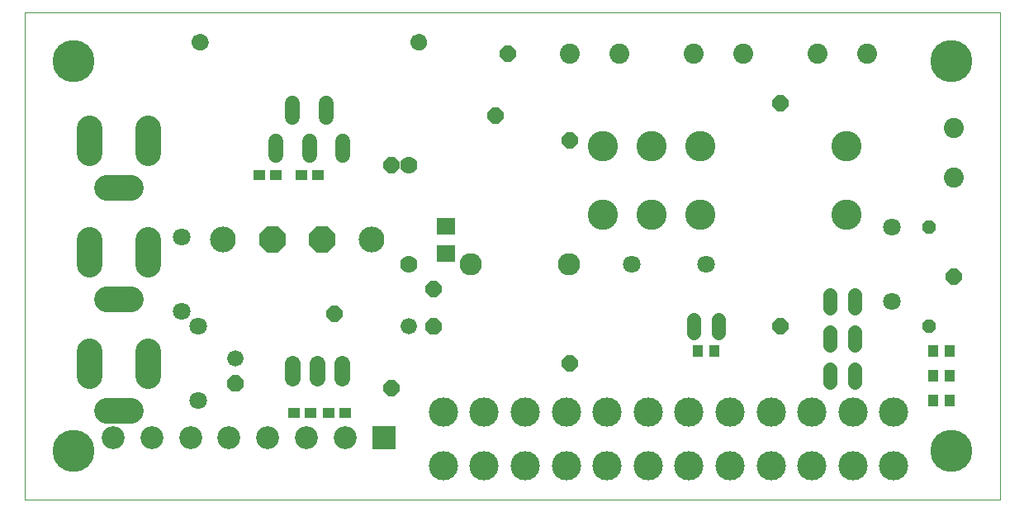
<source format=gts>
G75*
G70*
%OFA0B0*%
%FSLAX24Y24*%
%IPPOS*%
%LPD*%
%AMOC8*
5,1,8,0,0,1.08239X$1,22.5*
%
%ADD10C,0.0000*%
%ADD11OC8,0.0660*%
%ADD12C,0.0660*%
%ADD13R,0.0473X0.0434*%
%ADD14R,0.0926X0.0926*%
%ADD15C,0.0926*%
%ADD16C,0.1182*%
%ADD17OC8,0.0640*%
%ADD18C,0.0560*%
%ADD19C,0.0709*%
%ADD20R,0.0434X0.0473*%
%ADD21OC8,0.0560*%
%ADD22C,0.1221*%
%ADD23R,0.0749X0.0670*%
%ADD24C,0.0640*%
%ADD25C,0.0594*%
%ADD26C,0.0670*%
%ADD27C,0.0900*%
%ADD28C,0.0808*%
%ADD29C,0.1024*%
%ADD30C,0.1040*%
%ADD31OC8,0.1040*%
%ADD32C,0.0700*%
%ADD33C,0.1700*%
D10*
X000576Y008842D02*
X000576Y028527D01*
X039946Y028527D01*
X039946Y008842D01*
X000576Y008842D01*
X003978Y012255D02*
X004765Y012255D01*
X004791Y012257D01*
X004816Y012262D01*
X004840Y012270D01*
X004863Y012281D01*
X004885Y012296D01*
X004904Y012313D01*
X004921Y012332D01*
X004936Y012353D01*
X004947Y012377D01*
X004955Y012401D01*
X004960Y012426D01*
X004962Y012452D01*
X004960Y012478D01*
X004955Y012503D01*
X004947Y012527D01*
X004936Y012550D01*
X004921Y012572D01*
X004904Y012591D01*
X004885Y012608D01*
X004864Y012623D01*
X004840Y012634D01*
X004816Y012642D01*
X004791Y012647D01*
X004765Y012649D01*
X003978Y012649D01*
X003952Y012647D01*
X003927Y012642D01*
X003903Y012634D01*
X003879Y012623D01*
X003858Y012608D01*
X003839Y012591D01*
X003822Y012572D01*
X003807Y012551D01*
X003796Y012527D01*
X003788Y012503D01*
X003783Y012478D01*
X003781Y012452D01*
X003783Y012426D01*
X003788Y012401D01*
X003796Y012377D01*
X003807Y012354D01*
X003822Y012332D01*
X003839Y012313D01*
X003858Y012296D01*
X003879Y012281D01*
X003903Y012270D01*
X003927Y012262D01*
X003952Y012257D01*
X003978Y012255D01*
X005356Y013850D02*
X005356Y014834D01*
X005553Y015031D02*
X005579Y015029D01*
X005604Y015024D01*
X005628Y015016D01*
X005652Y015005D01*
X005673Y014990D01*
X005692Y014973D01*
X005709Y014954D01*
X005724Y014932D01*
X005735Y014909D01*
X005743Y014885D01*
X005748Y014860D01*
X005750Y014834D01*
X005750Y013850D01*
X005748Y013824D01*
X005743Y013799D01*
X005735Y013775D01*
X005724Y013751D01*
X005709Y013730D01*
X005692Y013711D01*
X005673Y013694D01*
X005651Y013679D01*
X005628Y013668D01*
X005604Y013660D01*
X005579Y013655D01*
X005553Y013653D01*
X005527Y013655D01*
X005502Y013660D01*
X005478Y013668D01*
X005454Y013679D01*
X005433Y013694D01*
X005414Y013711D01*
X005397Y013730D01*
X005382Y013752D01*
X005371Y013775D01*
X005363Y013799D01*
X005358Y013824D01*
X005356Y013850D01*
X005356Y014834D02*
X005358Y014860D01*
X005363Y014885D01*
X005371Y014909D01*
X005382Y014933D01*
X005397Y014954D01*
X005414Y014973D01*
X005433Y014990D01*
X005454Y015005D01*
X005478Y015016D01*
X005502Y015024D01*
X005527Y015029D01*
X005553Y015031D01*
X004765Y016755D02*
X003978Y016755D01*
X003781Y016952D02*
X003783Y016978D01*
X003788Y017003D01*
X003796Y017027D01*
X003807Y017051D01*
X003822Y017072D01*
X003839Y017091D01*
X003858Y017108D01*
X003879Y017123D01*
X003903Y017134D01*
X003927Y017142D01*
X003952Y017147D01*
X003978Y017149D01*
X004765Y017149D01*
X004962Y016952D02*
X004960Y016926D01*
X004955Y016901D01*
X004947Y016877D01*
X004936Y016853D01*
X004921Y016832D01*
X004904Y016813D01*
X004885Y016796D01*
X004863Y016781D01*
X004840Y016770D01*
X004816Y016762D01*
X004791Y016757D01*
X004765Y016755D01*
X004962Y016952D02*
X004960Y016978D01*
X004955Y017003D01*
X004947Y017027D01*
X004936Y017050D01*
X004921Y017072D01*
X004904Y017091D01*
X004885Y017108D01*
X004864Y017123D01*
X004840Y017134D01*
X004816Y017142D01*
X004791Y017147D01*
X004765Y017149D01*
X003978Y016755D02*
X003952Y016757D01*
X003927Y016762D01*
X003903Y016770D01*
X003879Y016781D01*
X003858Y016796D01*
X003839Y016813D01*
X003822Y016832D01*
X003807Y016854D01*
X003796Y016877D01*
X003788Y016901D01*
X003783Y016926D01*
X003781Y016952D01*
X003387Y018448D02*
X003387Y019236D01*
X003388Y019236D02*
X003386Y019262D01*
X003381Y019287D01*
X003373Y019311D01*
X003362Y019334D01*
X003347Y019356D01*
X003330Y019375D01*
X003311Y019392D01*
X003290Y019407D01*
X003266Y019418D01*
X003242Y019426D01*
X003217Y019431D01*
X003191Y019433D01*
X003165Y019431D01*
X003140Y019426D01*
X003116Y019418D01*
X003092Y019407D01*
X003071Y019392D01*
X003052Y019375D01*
X003035Y019356D01*
X003020Y019335D01*
X003009Y019311D01*
X003001Y019287D01*
X002996Y019262D01*
X002994Y019236D01*
X002994Y018448D01*
X003191Y018251D02*
X003217Y018253D01*
X003242Y018258D01*
X003266Y018266D01*
X003289Y018277D01*
X003311Y018292D01*
X003330Y018309D01*
X003347Y018328D01*
X003362Y018349D01*
X003373Y018373D01*
X003381Y018397D01*
X003386Y018422D01*
X003388Y018448D01*
X003191Y018251D02*
X003165Y018253D01*
X003140Y018258D01*
X003116Y018266D01*
X003092Y018277D01*
X003071Y018292D01*
X003052Y018309D01*
X003035Y018328D01*
X003020Y018350D01*
X003009Y018373D01*
X003001Y018397D01*
X002996Y018422D01*
X002994Y018448D01*
X005356Y018350D02*
X005356Y019334D01*
X005553Y019531D02*
X005579Y019529D01*
X005604Y019524D01*
X005628Y019516D01*
X005652Y019505D01*
X005673Y019490D01*
X005692Y019473D01*
X005709Y019454D01*
X005724Y019432D01*
X005735Y019409D01*
X005743Y019385D01*
X005748Y019360D01*
X005750Y019334D01*
X005750Y018350D01*
X005748Y018324D01*
X005743Y018299D01*
X005735Y018275D01*
X005724Y018251D01*
X005709Y018230D01*
X005692Y018211D01*
X005673Y018194D01*
X005651Y018179D01*
X005628Y018168D01*
X005604Y018160D01*
X005579Y018155D01*
X005553Y018153D01*
X005527Y018155D01*
X005502Y018160D01*
X005478Y018168D01*
X005454Y018179D01*
X005433Y018194D01*
X005414Y018211D01*
X005397Y018230D01*
X005382Y018252D01*
X005371Y018275D01*
X005363Y018299D01*
X005358Y018324D01*
X005356Y018350D01*
X005356Y019334D02*
X005358Y019360D01*
X005363Y019385D01*
X005371Y019409D01*
X005382Y019433D01*
X005397Y019454D01*
X005414Y019473D01*
X005433Y019490D01*
X005454Y019505D01*
X005478Y019516D01*
X005502Y019524D01*
X005527Y019529D01*
X005553Y019531D01*
X004765Y021255D02*
X003978Y021255D01*
X003781Y021452D02*
X003783Y021478D01*
X003788Y021503D01*
X003796Y021527D01*
X003807Y021551D01*
X003822Y021572D01*
X003839Y021591D01*
X003858Y021608D01*
X003879Y021623D01*
X003903Y021634D01*
X003927Y021642D01*
X003952Y021647D01*
X003978Y021649D01*
X004765Y021649D01*
X004962Y021452D02*
X004960Y021426D01*
X004955Y021401D01*
X004947Y021377D01*
X004936Y021353D01*
X004921Y021332D01*
X004904Y021313D01*
X004885Y021296D01*
X004863Y021281D01*
X004840Y021270D01*
X004816Y021262D01*
X004791Y021257D01*
X004765Y021255D01*
X004962Y021452D02*
X004960Y021478D01*
X004955Y021503D01*
X004947Y021527D01*
X004936Y021550D01*
X004921Y021572D01*
X004904Y021591D01*
X004885Y021608D01*
X004864Y021623D01*
X004840Y021634D01*
X004816Y021642D01*
X004791Y021647D01*
X004765Y021649D01*
X003978Y021255D02*
X003952Y021257D01*
X003927Y021262D01*
X003903Y021270D01*
X003879Y021281D01*
X003858Y021296D01*
X003839Y021313D01*
X003822Y021332D01*
X003807Y021354D01*
X003796Y021377D01*
X003788Y021401D01*
X003783Y021426D01*
X003781Y021452D01*
X003387Y022948D02*
X003387Y023736D01*
X003388Y023736D02*
X003386Y023762D01*
X003381Y023787D01*
X003373Y023811D01*
X003362Y023834D01*
X003347Y023856D01*
X003330Y023875D01*
X003311Y023892D01*
X003290Y023907D01*
X003266Y023918D01*
X003242Y023926D01*
X003217Y023931D01*
X003191Y023933D01*
X003165Y023931D01*
X003140Y023926D01*
X003116Y023918D01*
X003092Y023907D01*
X003071Y023892D01*
X003052Y023875D01*
X003035Y023856D01*
X003020Y023835D01*
X003009Y023811D01*
X003001Y023787D01*
X002996Y023762D01*
X002994Y023736D01*
X002994Y022948D01*
X003191Y022751D02*
X003217Y022753D01*
X003242Y022758D01*
X003266Y022766D01*
X003289Y022777D01*
X003311Y022792D01*
X003330Y022809D01*
X003347Y022828D01*
X003362Y022849D01*
X003373Y022873D01*
X003381Y022897D01*
X003386Y022922D01*
X003388Y022948D01*
X003191Y022751D02*
X003165Y022753D01*
X003140Y022758D01*
X003116Y022766D01*
X003092Y022777D01*
X003071Y022792D01*
X003052Y022809D01*
X003035Y022828D01*
X003020Y022850D01*
X003009Y022873D01*
X003001Y022897D01*
X002996Y022922D01*
X002994Y022948D01*
X005356Y022850D02*
X005356Y023834D01*
X005553Y024031D02*
X005579Y024029D01*
X005604Y024024D01*
X005628Y024016D01*
X005652Y024005D01*
X005673Y023990D01*
X005692Y023973D01*
X005709Y023954D01*
X005724Y023932D01*
X005735Y023909D01*
X005743Y023885D01*
X005748Y023860D01*
X005750Y023834D01*
X005750Y022850D01*
X005748Y022824D01*
X005743Y022799D01*
X005735Y022775D01*
X005724Y022751D01*
X005709Y022730D01*
X005692Y022711D01*
X005673Y022694D01*
X005651Y022679D01*
X005628Y022668D01*
X005604Y022660D01*
X005579Y022655D01*
X005553Y022653D01*
X005527Y022655D01*
X005502Y022660D01*
X005478Y022668D01*
X005454Y022679D01*
X005433Y022694D01*
X005414Y022711D01*
X005397Y022730D01*
X005382Y022752D01*
X005371Y022775D01*
X005363Y022799D01*
X005358Y022824D01*
X005356Y022850D01*
X005356Y023834D02*
X005358Y023860D01*
X005363Y023885D01*
X005371Y023909D01*
X005382Y023933D01*
X005397Y023954D01*
X005414Y023973D01*
X005433Y023990D01*
X005454Y024005D01*
X005478Y024016D01*
X005502Y024024D01*
X005527Y024029D01*
X005553Y024031D01*
X007352Y027326D02*
X007354Y027361D01*
X007360Y027396D01*
X007370Y027430D01*
X007383Y027463D01*
X007400Y027494D01*
X007421Y027522D01*
X007444Y027549D01*
X007471Y027572D01*
X007499Y027593D01*
X007530Y027610D01*
X007563Y027623D01*
X007597Y027633D01*
X007632Y027639D01*
X007667Y027641D01*
X007702Y027639D01*
X007737Y027633D01*
X007771Y027623D01*
X007804Y027610D01*
X007835Y027593D01*
X007863Y027572D01*
X007890Y027549D01*
X007913Y027522D01*
X007934Y027494D01*
X007951Y027463D01*
X007964Y027430D01*
X007974Y027396D01*
X007980Y027361D01*
X007982Y027326D01*
X007980Y027291D01*
X007974Y027256D01*
X007964Y027222D01*
X007951Y027189D01*
X007934Y027158D01*
X007913Y027130D01*
X007890Y027103D01*
X007863Y027080D01*
X007835Y027059D01*
X007804Y027042D01*
X007771Y027029D01*
X007737Y027019D01*
X007702Y027013D01*
X007667Y027011D01*
X007632Y027013D01*
X007597Y027019D01*
X007563Y027029D01*
X007530Y027042D01*
X007499Y027059D01*
X007471Y027080D01*
X007444Y027103D01*
X007421Y027130D01*
X007400Y027158D01*
X007383Y027189D01*
X007370Y027222D01*
X007360Y027256D01*
X007354Y027291D01*
X007352Y027326D01*
X016171Y027326D02*
X016173Y027361D01*
X016179Y027396D01*
X016189Y027430D01*
X016202Y027463D01*
X016219Y027494D01*
X016240Y027522D01*
X016263Y027549D01*
X016290Y027572D01*
X016318Y027593D01*
X016349Y027610D01*
X016382Y027623D01*
X016416Y027633D01*
X016451Y027639D01*
X016486Y027641D01*
X016521Y027639D01*
X016556Y027633D01*
X016590Y027623D01*
X016623Y027610D01*
X016654Y027593D01*
X016682Y027572D01*
X016709Y027549D01*
X016732Y027522D01*
X016753Y027494D01*
X016770Y027463D01*
X016783Y027430D01*
X016793Y027396D01*
X016799Y027361D01*
X016801Y027326D01*
X016799Y027291D01*
X016793Y027256D01*
X016783Y027222D01*
X016770Y027189D01*
X016753Y027158D01*
X016732Y027130D01*
X016709Y027103D01*
X016682Y027080D01*
X016654Y027059D01*
X016623Y027042D01*
X016590Y027029D01*
X016556Y027019D01*
X016521Y027013D01*
X016486Y027011D01*
X016451Y027013D01*
X016416Y027019D01*
X016382Y027029D01*
X016349Y027042D01*
X016318Y027059D01*
X016290Y027080D01*
X016263Y027103D01*
X016240Y027130D01*
X016219Y027158D01*
X016202Y027189D01*
X016189Y027222D01*
X016179Y027256D01*
X016173Y027291D01*
X016171Y027326D01*
X003387Y014736D02*
X003387Y013948D01*
X003388Y013948D02*
X003386Y013922D01*
X003381Y013897D01*
X003373Y013873D01*
X003362Y013849D01*
X003347Y013828D01*
X003330Y013809D01*
X003311Y013792D01*
X003289Y013777D01*
X003266Y013766D01*
X003242Y013758D01*
X003217Y013753D01*
X003191Y013751D01*
X003165Y013753D01*
X003140Y013758D01*
X003116Y013766D01*
X003092Y013777D01*
X003071Y013792D01*
X003052Y013809D01*
X003035Y013828D01*
X003020Y013850D01*
X003009Y013873D01*
X003001Y013897D01*
X002996Y013922D01*
X002994Y013948D01*
X002994Y014736D01*
X003191Y014933D02*
X003217Y014931D01*
X003242Y014926D01*
X003266Y014918D01*
X003290Y014907D01*
X003311Y014892D01*
X003330Y014875D01*
X003347Y014856D01*
X003362Y014834D01*
X003373Y014811D01*
X003381Y014787D01*
X003386Y014762D01*
X003388Y014736D01*
X003191Y014933D02*
X003165Y014931D01*
X003140Y014926D01*
X003116Y014918D01*
X003092Y014907D01*
X003071Y014892D01*
X003052Y014875D01*
X003035Y014856D01*
X003020Y014835D01*
X003009Y014811D01*
X003001Y014787D01*
X002996Y014762D01*
X002994Y014736D01*
D11*
X009076Y013542D03*
X017076Y015842D03*
D12*
X016076Y015842D03*
X009076Y014542D03*
D13*
X011442Y012342D03*
X012111Y012342D03*
X012842Y012342D03*
X013511Y012342D03*
X012411Y021942D03*
X011742Y021942D03*
X010711Y021942D03*
X010042Y021942D03*
D14*
X015076Y011342D03*
D15*
X013517Y011342D03*
X011958Y011342D03*
X010399Y011342D03*
X008840Y011342D03*
X007281Y011342D03*
X005722Y011342D03*
X004163Y011342D03*
D16*
X017482Y012381D03*
X019135Y012381D03*
X020789Y012381D03*
X022443Y012381D03*
X024096Y012381D03*
X025750Y012381D03*
X027403Y012381D03*
X029057Y012381D03*
X030710Y012381D03*
X032364Y012381D03*
X034017Y012381D03*
X035671Y012381D03*
X035671Y010216D03*
X034017Y010216D03*
X032364Y010216D03*
X030710Y010216D03*
X029057Y010216D03*
X027403Y010216D03*
X025750Y010216D03*
X024096Y010216D03*
X022443Y010216D03*
X020789Y010216D03*
X019135Y010216D03*
X017482Y010216D03*
D17*
X015376Y013342D03*
X013076Y016342D03*
X017076Y017342D03*
X022576Y014342D03*
X031076Y015842D03*
X038076Y017842D03*
X031076Y024842D03*
X022576Y023342D03*
X019576Y024342D03*
X020076Y026842D03*
X015376Y022342D03*
D18*
X027576Y016102D02*
X027576Y015582D01*
X028576Y015582D02*
X028576Y016102D01*
X033076Y016582D02*
X033076Y017102D01*
X034076Y017102D02*
X034076Y016582D01*
X034076Y015602D02*
X034076Y015082D01*
X033076Y015082D02*
X033076Y015602D01*
X033076Y014102D02*
X033076Y013582D01*
X034076Y013582D02*
X034076Y014102D01*
D19*
X035576Y016842D03*
X035576Y019842D03*
X028076Y018342D03*
X025076Y018342D03*
X007576Y015842D03*
X006926Y016442D03*
X006926Y019442D03*
X007576Y012842D03*
D20*
X027742Y014842D03*
X028411Y014842D03*
X037242Y014842D03*
X037911Y014842D03*
X037911Y013842D03*
X037242Y013842D03*
X037242Y012842D03*
X037911Y012842D03*
D21*
X037076Y015842D03*
X037076Y019842D03*
D22*
X033761Y020366D03*
X033761Y023121D03*
X027856Y023121D03*
X025887Y023121D03*
X023919Y023121D03*
X023919Y020366D03*
X025887Y020366D03*
X027856Y020366D03*
D23*
X017576Y019893D03*
X017576Y018791D03*
D24*
X013376Y014342D02*
X013376Y013742D01*
X012376Y013742D02*
X012376Y014342D01*
X011376Y014342D02*
X011376Y013742D01*
D25*
X010738Y022758D02*
X010738Y023312D01*
X011407Y024293D02*
X011407Y024847D01*
X012746Y024847D02*
X012746Y024293D01*
X013415Y023312D02*
X013415Y022758D01*
X012076Y022758D02*
X012076Y023312D01*
D26*
X007667Y027326D03*
X016486Y027326D03*
D27*
X018608Y018342D03*
X022545Y018342D03*
D28*
X022576Y026842D03*
X024576Y026842D03*
X027576Y026842D03*
X029576Y026842D03*
X032576Y026842D03*
X034576Y026842D03*
X038076Y023842D03*
X038076Y021842D03*
D29*
X005553Y022850D02*
X005553Y023834D01*
X003191Y023834D02*
X003191Y022850D01*
X003880Y021452D02*
X004864Y021452D01*
X005553Y019334D02*
X005553Y018350D01*
X004864Y016952D02*
X003880Y016952D01*
X003191Y018350D02*
X003191Y019334D01*
X003191Y014834D02*
X003191Y013850D01*
X003880Y012452D02*
X004864Y012452D01*
X005553Y013850D02*
X005553Y014834D01*
D30*
X008576Y019342D03*
X014576Y019342D03*
D31*
X012576Y019342D03*
X010576Y019342D03*
D32*
X016076Y018342D03*
X016076Y022342D03*
D33*
X002545Y026559D03*
X002545Y010810D03*
X037978Y010810D03*
X037978Y026559D03*
M02*

</source>
